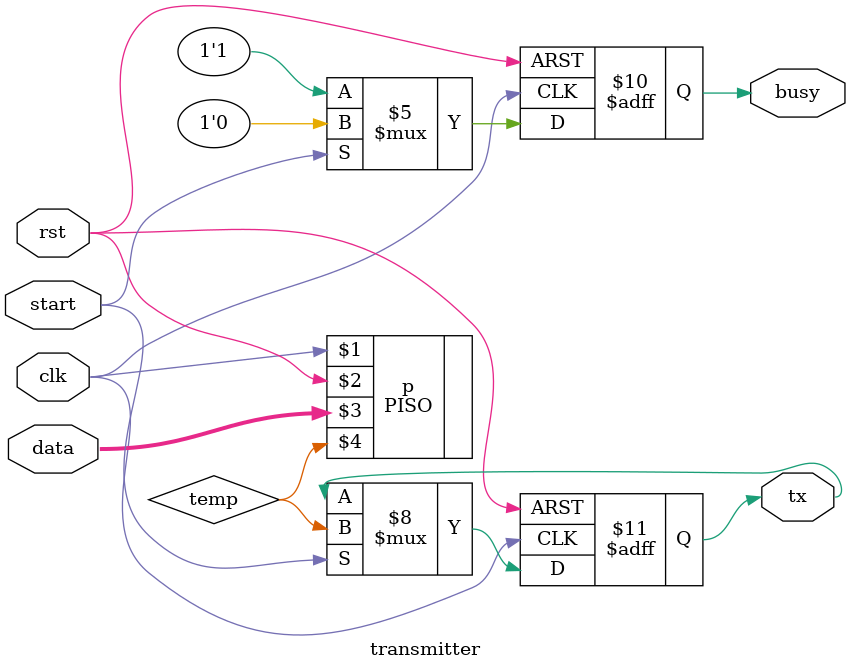
<source format=v>
`timescale 1ns / 1ps
module transmitter(
    input clk,
	input rst,
    input [7:0] data,
    input start,
    output reg busy,
    output reg tx
    );

initial
begin
	
end
wire temp;
PISO p (clk,rst,data,temp);
always @(posedge clk, negedge rst)
begin
	if(!rst)
	begin
		tx = 0;
		busy = 1'b1;
	end
	else
	begin
		if(start)
		begin
			tx = temp;
			busy = 0;		
		end
		else
			busy = 1;
	end
end

endmodule

</source>
